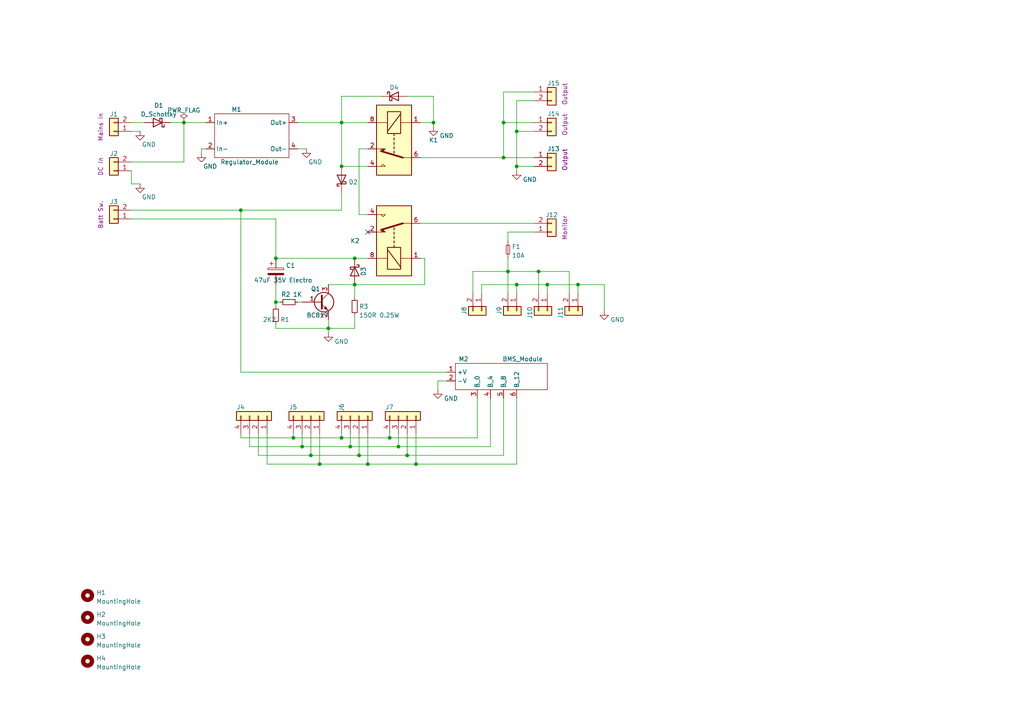
<source format=kicad_sch>
(kicad_sch (version 20211123) (generator eeschema)
  (paper "A4")
  (title_block (title "Battery Box Controller") (date "2022-08-20") (rev "1"))
  (lib_symbols
    (symbol "BatteryBox_Custom:BMS_Module"
      (property "Reference" "M" (at 10.16 -2.54 0))
      (property "Value" "BMS_Module" (at 0 -2.54 0))
      (symbol "BMS_Module_0_1"
        (rectangle (start -13.97 -3.81) (end 12.7 -11.43) (stroke (width 0.1524)))
      )
      (symbol "BMS_Module_1_1"
        (pin unspecified line (at -16.51 -6.35 0) (length 2.54) (name "+V") (number "1"))
        (pin unspecified line (at -16.51 -8.89 0) (length 2.54) (name "-V") (number "2"))
        (pin unspecified line (at -7.62 -13.97 90) (length 2.54) (name "B_0") (number "3"))
        (pin unspecified line (at -3.81 -13.97 90) (length 2.54) (name "B_4") (number "4"))
        (pin unspecified line (at 0 -13.97 90) (length 2.54) (name "B_8") (number "5"))
        (pin unspecified line (at 3.81 -13.97 90) (length 2.54) (name "B_12") (number "6"))
      )
    )
    (symbol "BatteryBox_Custom:Regulator_Module"
      (property "Reference" "M" (at 0 0 0))
      (property "Value" "Regulator_Module" (at 0 0 0))
      (symbol "Regulator_Module_0_1"
        (rectangle (start -10.16 -3.81) (end 11.43 -16.51) (stroke (width 0.1524)))
      )
      (symbol "Regulator_Module_1_1"
        (pin power_in line (at -12.7 -6.35 0) (length 2.54) (name "In+") (number "1"))
        (pin power_in line (at -12.7 -13.97 0) (length 2.54) (name "In-") (number "2"))
        (pin power_out line (at 13.97 -6.35 180) (length 2.54) (name "Out+") (number "3"))
        (pin power_out line (at 13.97 -13.97 180) (length 2.54) (name "Out-") (number "4"))
      )
    )
    (symbol "Connector_Generic:Conn_01x02" (pin_names (offset 1.016) hide)
      (property "Reference" "J" (at 0 2.54 0))
      (property "Value" "Conn_01x02" (at 0 -5.08 0))
      (symbol "Conn_01x02_1_1"
        (rectangle (start -1.27 -2.413) (end 0 -2.667) (stroke (width 0.1524)))
        (rectangle (start -1.27 0.127) (end 0 -0.127) (stroke (width 0.1524)))
        (rectangle (start -1.27 1.27) (end 1.27 -3.81) (stroke (width 0.254)) (fill (type background)))
        (pin passive line (at -5.08 0 0) (length 3.81) (name "Pin_1") (number "1"))
        (pin passive line (at -5.08 -2.54 0) (length 3.81) (name "Pin_2") (number "2"))
      )
    )
    (symbol "Connector_Generic:Conn_01x04" (pin_names (offset 1.016) hide)
      (property "Reference" "J" (at 0 5.08 0))
      (property "Value" "Conn_01x04" (at 0 -7.62 0))
      (symbol "Conn_01x04_1_1"
        (rectangle (start -1.27 -4.953) (end 0 -5.207) (stroke (width 0.1524)))
        (rectangle (start -1.27 -2.413) (end 0 -2.667) (stroke (width 0.1524)))
        (rectangle (start -1.27 0.127) (end 0 -0.127) (stroke (width 0.1524)))
        (rectangle (start -1.27 2.667) (end 0 2.413) (stroke (width 0.1524)))
        (rectangle (start -1.27 3.81) (end 1.27 -6.35) (stroke (width 0.254)) (fill (type background)))
        (pin passive line (at -5.08 2.54 0) (length 3.81) (name "Pin_1") (number "1"))
        (pin passive line (at -5.08 0 0) (length 3.81) (name "Pin_2") (number "2"))
        (pin passive line (at -5.08 -2.54 0) (length 3.81) (name "Pin_3") (number "3"))
        (pin passive line (at -5.08 -5.08 0) (length 3.81) (name "Pin_4") (number "4"))
      )
    )
    (symbol "Device:C_Polarized" (pin_numbers hide) (pin_names (offset 0.254))
      (property "Reference" "C" (at 0.635 2.54 0))
      (property "Value" "C_Polarized" (at 0.635 -2.54 0))
      (symbol "C_Polarized_0_1"
        (rectangle (start -2.286 0.508) (end 2.286 1.016))
        (polyline (pts (xy -1.778 2.286) (xy -0.762 2.286)))
        (polyline (pts (xy -1.27 2.794) (xy -1.27 1.778)))
        (rectangle (start 2.286 -0.508) (end -2.286 -1.016) (fill (type outline)))
      )
      (symbol "C_Polarized_1_1"
        (pin passive line (at 0 3.81 270) (length 2.794) (name "~") (number "1"))
        (pin passive line (at 0 -3.81 90) (length 2.794) (name "~") (number "2"))
      )
    )
    (symbol "Device:D_Schottky" (pin_numbers hide) (pin_names (offset 1.016) hide)
      (property "Reference" "D" (at 0 2.54 0))
      (property "Value" "D_Schottky" (at 0 -2.54 0))
      (symbol "D_Schottky_0_1"
        (polyline (pts (xy 1.27 0) (xy -1.27 0)))
        (polyline (pts (xy 1.27 1.27) (xy 1.27 -1.27) (xy -1.27 0) (xy 1.27 1.27)) (stroke (width 0.254)))
        (polyline (pts (xy -1.905 0.635) (xy -1.905 1.27) (xy -1.27 1.27) (xy -1.27 -1.27) (xy -0.635 -1.27) (xy -0.635 -0.635)) (stroke (width 0.254)))
      )
      (symbol "D_Schottky_1_1"
        (pin passive line (at -3.81 0 0) (length 2.54) (name "K") (number "1"))
        (pin passive line (at 3.81 0 180) (length 2.54) (name "A") (number "2"))
      )
    )
    (symbol "Device:Fuse_Small" (pin_numbers hide) (pin_names (offset 0.254) hide)
      (property "Reference" "F" (at 0 -1.524 0))
      (property "Value" "Fuse_Small" (at 0 1.524 0))
      (symbol "Fuse_Small_0_1"
        (rectangle (start -1.27 0.508) (end 1.27 -0.508))
        (polyline (pts (xy -1.27 0) (xy 1.27 0)))
      )
      (symbol "Fuse_Small_1_1"
        (pin passive line (at -2.54 0 0) (length 1.27) (name "~") (number "1"))
        (pin passive line (at 2.54 0 180) (length 1.27) (name "~") (number "2"))
      )
    )
    (symbol "Device:R_Small" (pin_numbers hide) (pin_names (offset 0.254) hide)
      (property "Reference" "R" (at 0.762 0.508 0))
      (property "Value" "R_Small" (at 0.762 -1.016 0))
      (symbol "R_Small_0_1"
        (rectangle (start -0.762 1.778) (end 0.762 -1.778) (stroke (width 0.2032)))
      )
      (symbol "R_Small_1_1"
        (pin passive line (at 0 2.54 270) (length 0.762) (name "~") (number "1"))
        (pin passive line (at 0 -2.54 90) (length 0.762) (name "~") (number "2"))
      )
    )
    (symbol "Mechanical:MountingHole" (pin_names (offset 1.016))
      (property "Reference" "H" (at 0 5.08 0))
      (property "Value" "MountingHole" (at 0 3.175 0))
      (symbol "MountingHole_0_1"
        (circle (center 0 0) (radius 1.27) (stroke (width 1.27)))
      )
    )
    (symbol "Relay:SANYOU_SRD_Form_C"
      (property "Reference" "K2" (at 0 11.3228 90))
      (symbol "SANYOU_SRD_Form_C_0_0"
        (polyline (pts (xy 7.62 5.08) (xy 7.62 2.54) (xy 6.985 3.175) (xy 7.62 3.81)))
      )
      (symbol "SANYOU_SRD_Form_C_0_1"
        (rectangle (start -10.16 5.08) (end 10.16 -5.08) (stroke (width 0.254)) (fill (type background)))
        (rectangle (start -8.255 1.905) (end -1.905 -1.905) (stroke (width 0.254)))
        (polyline (pts (xy -7.62 -1.905) (xy -2.54 1.905)) (stroke (width 0.254)))
        (polyline (pts (xy -5.08 -5.08) (xy -5.08 -1.905)))
        (polyline (pts (xy -5.08 5.08) (xy -5.08 1.905)))
        (polyline (pts (xy -1.905 0) (xy -1.27 0)) (stroke (width 0.254)))
        (polyline (pts (xy -0.635 0) (xy 0 0)) (stroke (width 0.254)))
        (polyline (pts (xy 0.635 0) (xy 1.27 0)) (stroke (width 0.254)))
        (polyline (pts (xy 1.905 0) (xy 2.54 0)) (stroke (width 0.254)))
        (polyline (pts (xy 3.175 0) (xy 3.81 0)) (stroke (width 0.254)))
        (polyline (pts (xy 5.08 -2.54) (xy 3.175 3.81)) (stroke (width 0.508)))
        (polyline (pts (xy 5.08 -2.54) (xy 5.08 -5.08)))
      )
      (symbol "SANYOU_SRD_Form_C_1_1"
        (polyline (pts (xy 2.54 3.81) (xy 3.175 3.175) (xy 2.54 2.54) (xy 2.54 5.08)) (fill (type outline)))
        (pin passive line (at -5.08 -7.62 90) (length 2.54) (name "~") (number "1"))
        (pin passive line (at 2.54 7.62 270) (length 2.54) (name "~") (number "2"))
        (pin passive line (at 7.62 7.62 270) (length 2.54) (name "~") (number "4"))
        (pin passive line (at 5.08 -7.62 90) (length 2.54) (name "~") (number "6"))
        (pin passive line (at -5.08 7.62 270) (length 2.54) (name "~") (number "8"))
      )
    )
    (symbol "SANYOU_SRD_Form_C_1"
      (property "Reference" "K1" (at 0 -11.43 90))
      (symbol "SANYOU_SRD_Form_C_1_0_0"
        (polyline (pts (xy 7.62 5.08) (xy 7.62 2.54) (xy 6.985 3.175) (xy 7.62 3.81)))
      )
      (symbol "SANYOU_SRD_Form_C_1_0_1"
        (rectangle (start -10.16 5.08) (end 10.16 -5.08) (stroke (width 0.254)) (fill (type background)))
        (rectangle (start -8.255 1.905) (end -1.905 -1.905) (stroke (width 0.254)))
        (polyline (pts (xy -7.62 -1.905) (xy -2.54 1.905)) (stroke (width 0.254)))
        (polyline (pts (xy -5.08 -5.08) (xy -5.08 -1.905)))
        (polyline (pts (xy -5.08 5.08) (xy -5.08 1.905)))
        (polyline (pts (xy -1.905 0) (xy -1.27 0)) (stroke (width 0.254)))
        (polyline (pts (xy -0.635 0) (xy 0 0)) (stroke (width 0.254)))
        (polyline (pts (xy 0.635 0) (xy 1.27 0)) (stroke (width 0.254)))
        (polyline (pts (xy 1.905 0) (xy 2.54 0)) (stroke (width 0.254)))
        (polyline (pts (xy 3.175 0) (xy 3.81 0)) (stroke (width 0.254)))
        (polyline (pts (xy 5.08 -2.54) (xy 3.175 3.81)) (stroke (width 0.508)))
        (polyline (pts (xy 5.08 -2.54) (xy 5.08 -5.08)))
      )
      (symbol "SANYOU_SRD_Form_C_1_1_1"
        (polyline (pts (xy 2.54 3.81) (xy 3.175 3.175) (xy 2.54 2.54) (xy 2.54 5.08)) (fill (type outline)))
        (pin passive line (at -5.08 -7.62 90) (length 2.54) (name "~") (number "1"))
        (pin passive line (at 2.54 7.62 270) (length 2.54) (name "~") (number "2"))
        (pin passive line (at 7.62 7.62 270) (length 2.54) (name "~") (number "4"))
        (pin passive line (at 5.08 -7.62 90) (length 2.54) (name "~") (number "6"))
        (pin passive line (at -5.08 7.62 270) (length 2.54) (name "~") (number "8"))
      )
    )
    (symbol "Transistor_BJT:BC817" (pin_names (offset 0) hide)
      (property "Reference" "Q" (at 5.08 1.905 0))
      (property "Value" "BC817" (at 5.08 0 0))
      (symbol "BC817_0_1"
        (polyline (pts (xy 0.635 0.635) (xy 2.54 2.54)))
        (polyline (pts (xy 0.635 -0.635) (xy 2.54 -2.54) (xy 2.54 -2.54)))
        (polyline (pts (xy 0.635 1.905) (xy 0.635 -1.905) (xy 0.635 -1.905)) (stroke (width 0.508)))
        (polyline (pts (xy 1.27 -1.778) (xy 1.778 -1.27) (xy 2.286 -2.286) (xy 1.27 -1.778) (xy 1.27 -1.778)) (fill (type outline)))
        (circle (center 1.27 0) (radius 2.8194) (stroke (width 0.254)))
      )
      (symbol "BC817_1_1"
        (pin input line (at -5.08 0 0) (length 5.715) (name "B") (number "1"))
        (pin passive line (at 2.54 -5.08 90) (length 2.54) (name "E") (number "2"))
        (pin passive line (at 2.54 5.08 270) (length 2.54) (name "C") (number "3"))
      )
    )
    (symbol "power:GND" (power) (pin_names (offset 0))
      (property "Value" "GND" (at 0 -3.81 0))
      (symbol "GND_0_1"
        (polyline (pts (xy 0 0) (xy 0 -1.27) (xy 1.27 -1.27) (xy 0 -2.54) (xy -1.27 -1.27) (xy 0 -1.27)))
      )
      (symbol "GND_1_1"
        (pin power_in line (at 0 0 270) (length 0) hide (name "GND") (number "1"))
      )
    )
    (symbol "power:PWR_FLAG" (power) (pin_numbers hide) (pin_names (offset 0) hide)
      (property "Value" "PWR_FLAG" (at 0 3.81 0))
      (symbol "PWR_FLAG_0_0"
        (pin power_out line (at 0 0 90) (length 0) (name "pwr") (number "1"))
      )
      (symbol "PWR_FLAG_0_1"
        (polyline (pts (xy 0 0) (xy 0 1.27) (xy -1.016 1.905) (xy 0 2.54) (xy 1.016 1.905) (xy 0 1.27)))
      )
    )
  )
  (junction (at 80.01 74.93))
  (junction (at 149.86 48.26))
  (junction (at 53.34 35.56))
  (junction (at 149.86 82.55))
  (junction (at 92.71 134.62))
  (junction (at 156.21 78.74))
  (junction (at 115.57 129.54))
  (junction (at 85.09 127))
  (junction (at 102.87 74.93))
  (junction (at 146.05 35.56))
  (junction (at 120.65 134.62))
  (junction (at 99.06 35.56))
  (junction (at 69.85 60.96))
  (junction (at 147.32 78.74))
  (junction (at 167.64 82.55))
  (junction (at 99.06 127))
  (junction (at 80.01 87.63))
  (junction (at 106.68 134.62))
  (junction (at 102.87 82.55))
  (junction (at 149.86 38.1))
  (junction (at 158.75 82.55))
  (junction (at 125.73 35.56))
  (junction (at 146.05 45.72))
  (junction (at 101.6 129.54))
  (junction (at 113.03 127))
  (junction (at 90.17 132.08))
  (junction (at 95.25 95.25))
  (junction (at 87.63 129.54))
  (junction (at 104.14 132.08))
  (junction (at 118.11 132.08))
  (junction (at 99.06 48.26))
  (no_connect (at 106.68 67.31))
  (wire (pts (xy 146.05 35.56) (xy 146.05 26.67)))
  (wire (pts (xy 99.06 127) (xy 99.06 125.73)))
  (wire (pts (xy 149.86 48.26) (xy 149.86 49.53)))
  (wire (pts (xy 90.17 132.08) (xy 90.17 125.73)))
  (wire (pts (xy 90.17 132.08) (xy 104.14 132.08)))
  (wire (pts (xy 95.25 82.55) (xy 102.87 82.55)))
  (wire (pts (xy 149.86 29.21) (xy 154.94 29.21)))
  (wire (pts (xy 127 110.49) (xy 127 113.03)))
  (wire (pts (xy 53.34 35.56) (xy 59.69 35.56)))
  (wire (pts (xy 149.86 48.26) (xy 149.86 38.1)))
  (wire (pts (xy 101.6 129.54) (xy 101.6 125.73)))
  (wire (pts (xy 175.26 82.55) (xy 175.26 90.17)))
  (wire (pts (xy 74.93 125.73) (xy 74.93 132.08)))
  (wire (pts (xy 129.54 110.49) (xy 127 110.49)))
  (wire (pts (xy 167.64 82.55) (xy 175.26 82.55)))
  (wire (pts (xy 85.09 127) (xy 85.09 125.73)))
  (wire (pts (xy 69.85 107.95) (xy 129.54 107.95)))
  (wire (pts (xy 95.25 92.71) (xy 95.25 95.25)))
  (wire (pts (xy 149.86 115.57) (xy 149.86 134.62)))
  (wire (pts (xy 142.24 115.57) (xy 142.24 129.54)))
  (wire (pts (xy 87.63 129.54) (xy 87.63 125.73)))
  (wire (pts (xy 38.1 38.1) (xy 40.64 38.1)))
  (wire (pts (xy 86.36 87.63) (xy 87.63 87.63)))
  (wire (pts (xy 77.47 125.73) (xy 77.47 134.62)))
  (wire (pts (xy 120.65 134.62) (xy 120.65 125.73)))
  (wire (pts (xy 147.32 85.09) (xy 147.32 78.74)))
  (wire (pts (xy 99.06 27.94) (xy 99.06 35.56)))
  (wire (pts (xy 38.1 46.99) (xy 53.34 46.99)))
  (wire (pts (xy 99.06 60.96) (xy 69.85 60.96)))
  (wire (pts (xy 87.63 129.54) (xy 72.39 129.54)))
  (wire (pts (xy 95.25 95.25) (xy 80.01 95.25)))
  (wire (pts (xy 38.1 35.56) (xy 41.91 35.56)))
  (wire (pts (xy 149.86 48.26) (xy 154.94 48.26)))
  (wire (pts (xy 49.53 35.56) (xy 53.34 35.56)))
  (wire (pts (xy 69.85 127) (xy 69.85 125.73)))
  (wire (pts (xy 69.85 60.96) (xy 69.85 107.95)))
  (wire (pts (xy 58.42 43.18) (xy 58.42 44.45)))
  (wire (pts (xy 59.69 43.18) (xy 58.42 43.18)))
  (wire (pts (xy 104.14 125.73) (xy 104.14 132.08)))
  (wire (pts (xy 147.32 78.74) (xy 156.21 78.74)))
  (wire (pts (xy 101.6 129.54) (xy 87.63 129.54)))
  (wire (pts (xy 149.86 82.55) (xy 149.86 85.09)))
  (wire (pts (xy 104.14 132.08) (xy 118.11 132.08)))
  (wire (pts (xy 167.64 82.55) (xy 167.64 85.09)))
  (wire (pts (xy 146.05 115.57) (xy 146.05 132.08)))
  (wire (pts (xy 121.92 35.56) (xy 125.73 35.56)))
  (wire (pts (xy 92.71 134.62) (xy 92.71 125.73)))
  (wire (pts (xy 99.06 55.88) (xy 99.06 60.96)))
  (wire (pts (xy 137.16 78.74) (xy 137.16 85.09)))
  (wire (pts (xy 158.75 82.55) (xy 167.64 82.55)))
  (wire (pts (xy 165.1 85.09) (xy 165.1 78.74)))
  (wire (pts (xy 106.68 134.62) (xy 106.68 125.73)))
  (wire (pts (xy 106.68 43.18) (xy 104.14 43.18)))
  (wire (pts (xy 74.93 132.08) (xy 90.17 132.08)))
  (wire (pts (xy 69.85 127) (xy 85.09 127)))
  (wire (pts (xy 115.57 129.54) (xy 101.6 129.54)))
  (wire (pts (xy 113.03 127) (xy 138.43 127)))
  (wire (pts (xy 99.06 127) (xy 113.03 127)))
  (wire (pts (xy 102.87 74.93) (xy 106.68 74.93)))
  (wire (pts (xy 118.11 132.08) (xy 146.05 132.08)))
  (wire (pts (xy 118.11 27.94) (xy 125.73 27.94)))
  (wire (pts (xy 99.06 35.56) (xy 99.06 48.26)))
  (wire (pts (xy 85.09 127) (xy 99.06 127)))
  (wire (pts (xy 138.43 127) (xy 138.43 115.57)))
  (wire (pts (xy 125.73 27.94) (xy 125.73 35.56)))
  (wire (pts (xy 156.21 78.74) (xy 165.1 78.74)))
  (wire (pts (xy 102.87 95.25) (xy 102.87 91.44)))
  (wire (pts (xy 69.85 60.96) (xy 38.1 60.96)))
  (wire (pts (xy 104.14 62.23) (xy 106.68 62.23)))
  (wire (pts (xy 139.7 82.55) (xy 149.86 82.55)))
  (wire (pts (xy 125.73 36.83) (xy 125.73 35.56)))
  (wire (pts (xy 80.01 82.55) (xy 80.01 87.63)))
  (wire (pts (xy 38.1 49.53) (xy 38.1 53.34)))
  (wire (pts (xy 80.01 63.5) (xy 80.01 74.93)))
  (wire (pts (xy 86.36 43.18) (xy 88.9 43.18)))
  (wire (pts (xy 146.05 26.67) (xy 154.94 26.67)))
  (wire (pts (xy 95.25 96.52) (xy 95.25 95.25)))
  (wire (pts (xy 106.68 134.62) (xy 120.65 134.62)))
  (wire (pts (xy 86.36 35.56) (xy 99.06 35.56)))
  (wire (pts (xy 123.19 82.55) (xy 123.19 74.93)))
  (wire (pts (xy 80.01 93.98) (xy 80.01 95.25)))
  (wire (pts (xy 146.05 35.56) (xy 154.94 35.56)))
  (wire (pts (xy 149.86 82.55) (xy 158.75 82.55)))
  (wire (pts (xy 121.92 74.93) (xy 123.19 74.93)))
  (wire (pts (xy 147.32 74.93) (xy 147.32 78.74)))
  (wire (pts (xy 115.57 129.54) (xy 115.57 125.73)))
  (wire (pts (xy 139.7 85.09) (xy 139.7 82.55)))
  (wire (pts (xy 154.94 67.31) (xy 147.32 67.31)))
  (wire (pts (xy 156.21 85.09) (xy 156.21 78.74)))
  (wire (pts (xy 121.92 64.77) (xy 154.94 64.77)))
  (wire (pts (xy 80.01 87.63) (xy 81.28 87.63)))
  (wire (pts (xy 104.14 43.18) (xy 104.14 62.23)))
  (wire (pts (xy 72.39 129.54) (xy 72.39 125.73)))
  (wire (pts (xy 137.16 78.74) (xy 147.32 78.74)))
  (wire (pts (xy 99.06 35.56) (xy 106.68 35.56)))
  (wire (pts (xy 40.64 53.34) (xy 38.1 53.34)))
  (wire (pts (xy 158.75 85.09) (xy 158.75 82.55)))
  (wire (pts (xy 146.05 45.72) (xy 146.05 35.56)))
  (wire (pts (xy 121.92 45.72) (xy 146.05 45.72)))
  (wire (pts (xy 149.86 38.1) (xy 149.86 29.21)))
  (wire (pts (xy 149.86 38.1) (xy 154.94 38.1)))
  (wire (pts (xy 95.25 95.25) (xy 102.87 95.25)))
  (wire (pts (xy 142.24 129.54) (xy 115.57 129.54)))
  (wire (pts (xy 38.1 63.5) (xy 80.01 63.5)))
  (wire (pts (xy 120.65 134.62) (xy 149.86 134.62)))
  (wire (pts (xy 113.03 125.73) (xy 113.03 127)))
  (wire (pts (xy 147.32 67.31) (xy 147.32 69.85)))
  (wire (pts (xy 80.01 88.9) (xy 80.01 87.63)))
  (wire (pts (xy 53.34 46.99) (xy 53.34 35.56)))
  (wire (pts (xy 99.06 48.26) (xy 106.68 48.26)))
  (wire (pts (xy 110.49 27.94) (xy 99.06 27.94)))
  (wire (pts (xy 102.87 82.55) (xy 102.87 86.36)))
  (wire (pts (xy 80.01 74.93) (xy 102.87 74.93)))
  (wire (pts (xy 118.11 132.08) (xy 118.11 125.73)))
  (wire (pts (xy 77.47 134.62) (xy 92.71 134.62)))
  (wire (pts (xy 146.05 45.72) (xy 154.94 45.72)))
  (wire (pts (xy 102.87 82.55) (xy 123.19 82.55)))
  (wire (pts (xy 92.71 134.62) (xy 106.68 134.62)))
  (symbol (lib_id "Device:D_Schottky") (at 102.87 78.74 270) (unit 1)
    (property "Reference" "D3" (at 105.41 78.74 0))
    (property "Value" "D_Schottky" (effects hide))
    (property "Footprint" "Diode_SMD:D_SMB-SMC_Universal_Handsoldering" (effects hide))
  )
  (symbol (lib_id "BatteryBox_Custom:BMS_Module") (at 146.05 101.6 0) (unit 1)
    (property "Reference" "M2" (at 135.89 104.14 0) (effects (justify right)))
    (property "Value" "BMS_Module" (at 157.48 104.14 0) (effects (justify right)))
    (property "Footprint" "BatteryBox:BMS_Module" (effects hide))
  )
  (symbol (lib_id "power:GND") (at 175.26 90.17 0) (unit 1)
    (property "Reference" "#PWR0108" (effects hide))
    (property "Value" "GND" (at 179.07 92.71 0))
  )
  (symbol (lib_id "Connector_Generic:Conn_01x04") (at 74.93 120.65 270) (mirror x) (unit 1)
    (property "Reference" "J4" (at 68.58 118.11 90) (effects (justify left)))
    (property "Value" "Conn_01x04" (effects hide))
    (property "Footprint" "Connector_JST:JST_XH_B4B-XH-A_1x04_P2.50mm_Vertical" (effects hide))
  )
  (symbol (lib_id "Connector_Generic:Conn_01x02") (at 160.02 45.72 0) (unit 1)
    (property "Reference" "J13" (at 158.75 43.18 0) (effects (justify left)))
    (property "Value" "Conn_01x02" (effects hide))
    (property "Footprint" "Connector_Phoenix_MSTB:PhoenixContact_MSTBA_2,5_2-G-5,08_1x02_P5.08mm_Horizontal" (effects hide))
    (property "Comment" "Output" (at 163.83 49.53 90) (effects (justify left)))
  )
  (symbol (lib_id "Connector_Generic:Conn_01x04") (at 90.17 120.65 270) (mirror x) (unit 1)
    (property "Reference" "J5" (at 83.82 118.11 90) (effects (justify left)))
    (property "Value" "Conn_01x04" (effects hide))
    (property "Footprint" "Connector_JST:JST_XH_B4B-XH-A_1x04_P2.50mm_Vertical" (effects hide))
  )
  (symbol (lib_id "Device:D_Schottky") (at 99.06 52.07 90) (unit 1)
    (property "Reference" "D2" (at 101.092 52.8213 90) (effects (justify right)))
    (property "Value" "D_Schottky" (effects hide))
    (property "Footprint" "Package_TO_SOT_THT:TO-220-2_Vertical" (effects hide))
  )
  (symbol (lib_id "Mechanical:MountingHole") (at 25.4 185.42 0) (unit 1)
    (property "Reference" "H3" (at 27.94 184.5853 0) (effects (justify left)))
    (property "Value" "MountingHole" (at 27.94 187.1222 0) (effects (justify left)))
    (property "Footprint" "MountingHole:MountingHole_3.2mm_M3" (effects hide))
  )
  (symbol (lib_id "Device:R_Small") (at 102.87 88.9 0) (unit 1)
    (property "Reference" "R3" (at 104.14 88.9 0) (effects (justify left)))
    (property "Value" "150R 0.25W" (at 104.14 91.44 0) (effects (justify left)))
    (property "Footprint" "Resistor_SMD:R_0805_2012Metric" (effects hide))
  )
  (symbol (lib_id "Connector_Generic:Conn_01x04") (at 104.14 120.65 270) (mirror x) (unit 1)
    (property "Reference" "J6" (at 99.06 119.38 0) (effects (justify left)))
    (property "Value" "Conn_01x04" (effects hide))
    (property "Footprint" "Connector_JST:JST_XH_B4B-XH-A_1x04_P2.50mm_Vertical" (effects hide))
  )
  (symbol (lib_id "Device:D_Schottky") (at 45.72 35.56 180) (unit 1)
    (property "Reference" "D1" (at 46.0375 30.5902 0))
    (property "Value" "D_Schottky" (at 46.0375 33.1271 0))
    (property "Footprint" "Package_TO_SOT_THT:TO-220-2_Vertical" (effects hide))
  )
  (symbol (lib_id "Device:R_Small") (at 80.01 91.44 180) (unit 1)
    (property "Reference" "R1" (at 81.28 92.71 0) (effects (justify right)))
    (property "Value" "2K2" (at 76.2 92.71 0) (effects (justify right)))
    (property "Footprint" "Resistor_SMD:R_0603_1608Metric" (effects hide))
  )
  (symbol (lib_id "BatteryBox_Custom:Regulator_Module") (at 72.39 29.21 0) (unit 1)
    (property "Reference" "M1" (at 68.58 31.75 0))
    (property "Value" "Regulator_Module" (at 72.39 46.99 0))
    (property "Footprint" "BatteryBox:PSU_Module" (effects hide))
  )
  (symbol (lib_id "power:GND") (at 127 113.03 0) (unit 1)
    (property "Reference" "#PWR0104" (effects hide))
    (property "Value" "GND" (at 130.81 115.57 0))
  )
  (symbol (lib_id "Device:D_Schottky") (at 114.3 27.94 0) (unit 1)
    (property "Reference" "D4" (at 114.3 25.4 0))
    (property "Value" "D_Schottky" (effects hide))
    (property "Footprint" "Diode_SMD:D_SMB-SMC_Universal_Handsoldering" (effects hide))
  )
  (symbol (lib_id "Connector_Generic:Conn_01x04") (at 118.11 120.65 270) (mirror x) (unit 1)
    (property "Reference" "J7" (at 111.76 118.11 90) (effects (justify left)))
    (property "Value" "Conn_01x04" (effects hide))
    (property "Footprint" "Connector_JST:JST_XH_B4B-XH-A_1x04_P2.50mm_Vertical" (effects hide))
  )
  (symbol (lib_id "power:PWR_FLAG") (at 53.34 35.56 0) (unit 1)
    (property "Reference" "#FLG0102" (effects hide))
    (property "Value" "PWR_FLAG" (at 53.34 31.9842 0))
  )
  (symbol (lib_id "Mechanical:MountingHole") (at 25.4 172.72 0) (unit 1)
    (property "Reference" "H1" (at 27.94 171.8853 0) (effects (justify left)))
    (property "Value" "MountingHole" (at 27.94 174.4222 0) (effects (justify left)))
    (property "Footprint" "MountingHole:MountingHole_3.2mm_M3" (effects hide))
  )
  (symbol (lib_id "Connector_Generic:Conn_01x02") (at 33.02 49.53 180) (unit 1)
    (property "Reference" "J2" (at 33.02 44.5572 0))
    (property "Value" "Conn_01x02" (effects hide))
    (property "Footprint" "Connector_Phoenix_MSTB:PhoenixContact_MSTBA_2,5_2-G-5,08_1x02_P5.08mm_Horizontal" (effects hide))
    (property "Comment" "DC In" (at 29.21 48.26 90))
  )
  (symbol (lib_id "Connector_Generic:Conn_01x02") (at 33.02 38.1 180) (unit 1)
    (property "Reference" "J1" (at 33.02 33.1272 0))
    (property "Value" "Conn_01x02" (effects hide))
    (property "Footprint" "Connector_Phoenix_MSTB:PhoenixContact_MSTBA_2,5_2-G-5,08_1x02_P5.08mm_Horizontal" (effects hide))
    (property "Comment" "Mains In" (at 29.21 36.83 90))
  )
  (symbol (lib_id "Transistor_BJT:BC817") (at 92.71 87.63 0) (unit 1)
    (property "Reference" "Q1" (at 90.17 83.82 0) (effects (justify left)))
    (property "Value" "BC817" (at 88.9 91.44 0) (effects (justify left)))
    (property "Footprint" "Package_TO_SOT_SMD:SOT-23" (effects hide))
    (property "Datasheet" "https://www.onsemi.com/pub/Collateral/BC818-D.pdf" (effects hide))
  )
  (symbol (lib_id "Connector_Generic:Conn_01x02") (at 139.7 90.17 270) (unit 1)
    (property "Reference" "J8" (at 134.62 88.9 0) (effects (justify left)))
    (property "Value" "Conn_01x02" (effects hide))
    (property "Footprint" "Connector_AMASS:AMASS_XT60-M_1x02_P7.20mm_Vertical" (effects hide))
    (property "Comment" "Batt" (effects hide))
  )
  (symbol (lib_id "Connector_Generic:Conn_01x02") (at 149.86 90.17 270) (unit 1)
    (property "Reference" "J9" (at 144.78 88.9 0) (effects (justify left)))
    (property "Value" "Conn_01x02" (effects hide))
    (property "Footprint" "Connector_AMASS:AMASS_XT60-M_1x02_P7.20mm_Vertical" (effects hide))
    (property "Comment" "Batt" (effects hide))
  )
  (symbol (lib_id "Device:Fuse_Small") (at 147.32 72.39 90) (unit 1)
    (property "Reference" "F1" (at 148.463 71.5553 90) (effects (justify right)))
    (property "Value" "10A" (at 148.463 74.0922 90) (effects (justify right)))
    (property "Footprint" "Fuse:Fuseholder_Cylinder-5x20mm_Schurter_0031_8201_Horizontal_Open" (effects hide))
  )
  (symbol (lib_name "SANYOU_SRD_Form_C_1") (lib_id "Relay:SANYOU_SRD_Form_C") (at 114.3 40.64 90) (mirror x) (unit 1)
    (property "Reference" "K1" (at 125.73 40.64 90))
    (property "Value" "SANYOU_SRD_Form_C" (effects hide))
    (property "Footprint" "Relay_THT:Relay_SPDT_Panasonic_JW1_FormC" (effects hide))
    (property "Datasheet" "http://www.sanyourelay.ca/public/products/pdf/SRD.pdf" (effects hide))
  )
  (symbol (lib_id "Connector_Generic:Conn_01x02") (at 167.64 90.17 270) (unit 1)
    (property "Reference" "J11" (at 162.56 88.9 0) (effects (justify left)))
    (property "Value" "Conn_01x02" (effects hide))
    (property "Footprint" "Connector_AMASS:AMASS_XT60-M_1x02_P7.20mm_Vertical" (effects hide))
    (property "Comment" "Batt" (effects hide))
  )
  (symbol (lib_id "power:GND") (at 88.9 43.18 0) (unit 1)
    (property "Reference" "#PWR0107" (effects hide))
    (property "Value" "GND" (at 91.44 46.99 0))
  )
  (symbol (lib_id "power:GND") (at 125.73 36.83 0) (unit 1)
    (property "Reference" "#PWR0101" (effects hide))
    (property "Value" "GND" (at 129.54 39.37 0))
  )
  (symbol (lib_id "power:GND") (at 40.64 53.34 0) (unit 1)
    (property "Reference" "#PWR0105" (effects hide))
    (property "Value" "GND" (at 43.18 57.15 0))
  )
  (symbol (lib_id "power:GND") (at 40.64 38.1 0) (unit 1)
    (property "Reference" "#PWR0106" (effects hide))
    (property "Value" "GND" (at 43.18 41.91 0))
  )
  (symbol (lib_id "Connector_Generic:Conn_01x02") (at 158.75 90.17 270) (unit 1)
    (property "Reference" "J10" (at 153.67 88.9 0) (effects (justify left)))
    (property "Value" "Conn_01x02" (effects hide))
    (property "Footprint" "Connector_AMASS:AMASS_XT60-M_1x02_P7.20mm_Vertical" (effects hide))
    (property "Comment" "Batt" (effects hide))
  )
  (symbol (lib_id "Connector_Generic:Conn_01x02") (at 160.02 67.31 0) (mirror x) (unit 1)
    (property "Reference" "J12" (at 160.02 62.3372 0))
    (property "Value" "Conn_01x02" (effects hide))
    (property "Footprint" "Connector_Phoenix_MSTB:PhoenixContact_MSTBA_2,5_2-G-5,08_1x02_P5.08mm_Horizontal" (effects hide))
    (property "Comment" "Monitor" (at 163.83 66.04 90))
  )
  (symbol (lib_id "Connector_Generic:Conn_01x02") (at 33.02 63.5 180) (unit 1)
    (property "Reference" "J3" (at 33.02 58.5272 0))
    (property "Value" "Conn_01x02" (effects hide))
    (property "Footprint" "Connector_Phoenix_MSTB:PhoenixContact_MSTBA_2,5_2-G-5,08_1x02_P5.08mm_Horizontal" (effects hide))
    (property "Comment" "Batt Sw." (at 29.21 62.23 90))
  )
  (symbol (lib_id "power:GND") (at 149.86 49.53 0) (unit 1)
    (property "Reference" "#PWR0102" (effects hide))
    (property "Value" "GND" (at 153.67 52.07 0))
  )
  (symbol (lib_id "power:GND") (at 95.25 96.52 0) (unit 1)
    (property "Reference" "#PWR0103" (effects hide))
    (property "Value" "GND" (at 99.06 99.06 0))
  )
  (symbol (lib_id "Connector_Generic:Conn_01x02") (at 160.02 35.56 0) (unit 1)
    (property "Reference" "J14" (at 158.75 33.02 0) (effects (justify left)))
    (property "Value" "Conn_01x02" (effects hide))
    (property "Footprint" "Connector_Phoenix_MSTB:PhoenixContact_MSTBA_2,5_2-G-5,08_1x02_P5.08mm_Horizontal" (effects hide))
    (property "Comment" "Output" (at 163.83 39.37 90) (effects (justify left)))
  )
  (symbol (lib_id "power:GND") (at 58.42 44.45 0) (unit 1)
    (property "Reference" "#PWR0109" (effects hide))
    (property "Value" "GND" (at 60.96 48.26 0))
  )
  (symbol (lib_id "Mechanical:MountingHole") (at 25.4 191.77 0) (unit 1)
    (property "Reference" "H4" (at 27.94 190.9353 0) (effects (justify left)))
    (property "Value" "MountingHole" (at 27.94 193.4722 0) (effects (justify left)))
    (property "Footprint" "MountingHole:MountingHole_3.2mm_M3" (effects hide))
  )
  (symbol (lib_id "Device:R_Small") (at 83.82 87.63 90) (unit 1)
    (property "Reference" "R2" (at 82.8913 85.3946 90))
    (property "Value" "1K" (at 86.2829 85.3946 90))
    (property "Footprint" "Resistor_SMD:R_0603_1608Metric" (effects hide))
  )
  (symbol (lib_id "Mechanical:MountingHole") (at 25.4 179.07 0) (unit 1)
    (property "Reference" "H2" (at 27.94 178.2353 0) (effects (justify left)))
    (property "Value" "MountingHole" (at 27.94 180.7722 0) (effects (justify left)))
    (property "Footprint" "MountingHole:MountingHole_3.2mm_M3" (effects hide))
  )
  (symbol (lib_id "Connector_Generic:Conn_01x02") (at 160.02 26.67 0) (unit 1)
    (property "Reference" "J15" (at 158.75 24.13 0) (effects (justify left)))
    (property "Value" "Conn_01x02" (effects hide))
    (property "Footprint" "Connector_Phoenix_MSTB:PhoenixContact_MSTBA_2,5_2-G-5,08_1x02_P5.08mm_Horizontal" (effects hide))
    (property "Comment" "Output" (at 163.83 30.48 90) (effects (justify left)))
  )
  (symbol (lib_id "Relay:SANYOU_SRD_Form_C") (at 114.3 69.85 90) (unit 1)
    (property "Reference" "K2" (at 102.9772 69.85 90))
    (property "Value" "SANYOU_SRD_Form_C" (effects hide))
    (property "Footprint" "Relay_THT:Relay_SPDT_Panasonic_JW1_FormC" (effects hide))
    (property "Datasheet" "http://www.sanyourelay.ca/public/products/pdf/SRD.pdf" (effects hide))
  )
  (symbol (lib_id "Device:C_Polarized") (at 80.01 78.74 0) (unit 1)
    (property "Reference" "C1" (at 82.931 77.0163 0) (effects (justify left)))
    (property "Value" "47uF 35V Electro" (at 73.66 81.28 0) (effects (justify left)))
    (property "Footprint" "Capacitor_SMD:CP_Elec_8x6.5" (effects hide))
  )
)
</source>
